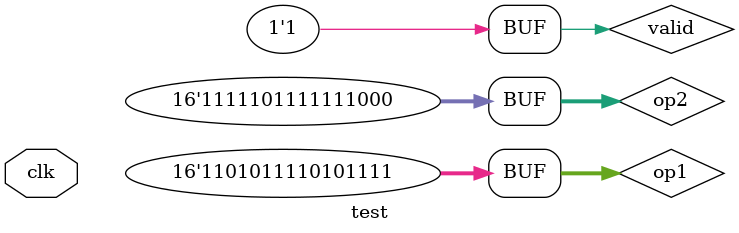
<source format=v>
`timescale 1ns / 1ps


module test(
    input clk
    );


reg valid;
reg [15:0] op1, op2;
reg [64:0] res;
reg [31:0] res32;

initial
begin
valid = 1'b1;
#1000
op1 = 16'b1101011110101111;
op2 = 16'b1111101111111000; 
end

always@(posedge clk)
begin
res <= op1/op2;
res32 <= res[31:0];
$display(op1/op2);

end


endmodule

</source>
